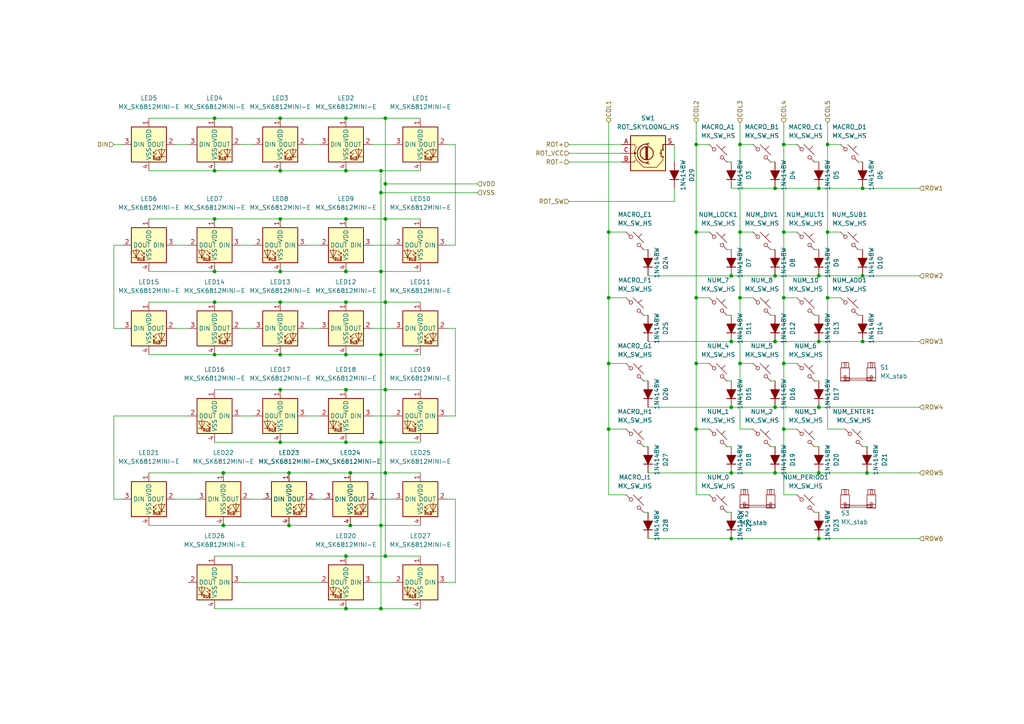
<source format=kicad_sch>
(kicad_sch (version 20250114) (generator "eeschema") (generator_version "9.0")
  (paper "A4")
  (lib_symbols
    (symbol "PCM_Diode_AKL:1N4148W" (pin_numbers (hide yes)) (pin_names (offset 1.016) (hide yes))
      (property "Reference" "D" (at 0 5.08 0))
      (property "Value" "1N4148W" (at 0 2.54 0))
      (symbol "1N4148W_1_1"
        (pin passive line (at -3.81 0 0) (length 2.54) (name "A") (number "2"))
        (pin passive line (at 3.81 0 180) (length 2.54) (name "K") (number "1"))
      )
      (symbol "1N4148W_1_2"
        (pin passive line (at -2.54 -2.54 0) (length 0) (name "A") (number "2"))
        (pin passive line (at 2.54 2.54 180) (length 0) (name "K") (number "1"))
      )
    )
    (symbol "PCM_marbastlib-mx:MX_SK6812MINI-E"
      (property "Reference" "LED" (at 3.175 6.35 0))
      (property "Value" "MX_SK6812MINI-E" (at 10.16 -6.985 0))
      (symbol "MX_SK6812MINI-E_0_0"
        (text "RGB" (at 2.286 -4.191 0) (effects (font (size 0.762 0.762))))
      )
      (symbol "MX_SK6812MINI-E_1_1"
        (pin input line (at -7.62 0 0) (length 2.54) (name "DIN") (number "3"))
        (pin power_in line (at 0 7.62 270) (length 2.54) (name "VDD") (number "1"))
        (pin power_in line (at 0 -7.62 90) (length 2.54) (name "VSS") (number "4"))
        (pin output line (at 7.62 0 180) (length 2.54) (name "DOUT") (number "2"))
      )
    )
    (symbol "PCM_marbastlib-mx:MX_SW_HS_CPG151101S11" (pin_numbers (hide yes)) (pin_names (offset 1.016) (hide yes))
      (property "Reference" "MX" (at 3.048 1.016 0))
      (property "Value" "MX_SW_HS" (at 0 -3.81 0))
      (symbol "MX_SW_HS_CPG151101S11_0_1"
        (pin passive line (at -2.54 2.54 0) (length 0) (name "1") (number "1"))
        (pin passive line (at 2.54 -2.54 180) (length 0) (name "2") (number "2"))
      )
    )
    (symbol "PCM_marbastlib-mx:MX_stab" (pin_names (offset 1.016))
      (property "Reference" "S" (at -5.08 6.35 0))
      (property "Value" "MX_stab" (at -5.08 3.81 0))
    )
    (symbol "PCM_marbastlib-various:ROT_SKYLOONG_HS-Switch" (pin_names (hide yes)) (in_bom no)
      (property "Reference" "SW" (at 0 8.89 0))
      (property "Value" "ROT_SKYLOONG_HS" (at 0 6.35 0))
      (symbol "ROT_SKYLOONG_HS-Switch_1_1"
        (pin passive line (at -7.62 2.54 0) (length 2.54) (name "A") (number "A"))
        (pin passive line (at -7.62 0 0) (length 2.54) (name "C") (number "C"))
        (pin passive line (at -7.62 -2.54 0) (length 2.54) (name "B") (number "B"))
        (pin passive line (at 7.62 2.54 180) (length 2.54) (name "S") (number "S"))
      )
    )
  )
  (junction (at 251.46 137.16))
  (junction (at 81.28 49.53))
  (junction (at 201.93 124.46))
  (junction (at 100.33 128.27))
  (junction (at 81.28 78.74))
  (junction (at 64.77 137.16))
  (junction (at 111.76 34.29))
  (junction (at 111.76 137.16))
  (junction (at 62.23 102.87))
  (junction (at 214.63 67.31))
  (junction (at 212.09 118.11))
  (junction (at 212.09 137.16))
  (junction (at 224.79 54.61))
  (junction (at 176.53 86.36))
  (junction (at 62.23 78.74))
  (junction (at 62.23 34.29))
  (junction (at 240.03 41.91))
  (junction (at 201.93 86.36))
  (junction (at 201.93 67.31))
  (junction (at 100.33 63.5))
  (junction (at 100.33 49.53))
  (junction (at 101.6 137.16))
  (junction (at 227.33 67.31))
  (junction (at 62.23 49.53))
  (junction (at 110.49 78.74))
  (junction (at 212.09 80.01))
  (junction (at 227.33 105.41))
  (junction (at 81.28 102.87))
  (junction (at 111.76 87.63))
  (junction (at 250.19 54.61))
  (junction (at 83.82 152.4))
  (junction (at 100.33 87.63))
  (junction (at 201.93 105.41))
  (junction (at 237.49 54.61))
  (junction (at 100.33 113.03))
  (junction (at 110.49 102.87))
  (junction (at 110.49 55.88))
  (junction (at 111.76 53.34))
  (junction (at 111.76 161.29))
  (junction (at 81.28 87.63))
  (junction (at 83.82 137.16))
  (junction (at 201.93 41.91))
  (junction (at 100.33 78.74))
  (junction (at 64.77 152.4))
  (junction (at 237.49 80.01))
  (junction (at 237.49 156.21))
  (junction (at 224.79 80.01))
  (junction (at 250.19 80.01))
  (junction (at 100.33 102.87))
  (junction (at 176.53 105.41))
  (junction (at 81.28 34.29))
  (junction (at 100.33 176.53))
  (junction (at 110.49 49.53))
  (junction (at 224.79 118.11))
  (junction (at 81.28 113.03))
  (junction (at 250.19 99.06))
  (junction (at 176.53 67.31))
  (junction (at 176.53 124.46))
  (junction (at 100.33 161.29))
  (junction (at 214.63 86.36))
  (junction (at 110.49 176.53))
  (junction (at 237.49 137.16))
  (junction (at 212.09 99.06))
  (junction (at 224.79 99.06))
  (junction (at 237.49 118.11))
  (junction (at 214.63 105.41))
  (junction (at 81.28 128.27))
  (junction (at 227.33 86.36))
  (junction (at 227.33 41.91))
  (junction (at 81.28 63.5))
  (junction (at 62.23 63.5))
  (junction (at 227.33 124.46))
  (junction (at 240.03 67.31))
  (junction (at 212.09 156.21))
  (junction (at 110.49 152.4))
  (junction (at 101.6 152.4))
  (junction (at 224.79 137.16))
  (junction (at 214.63 41.91))
  (junction (at 100.33 34.29))
  (junction (at 111.76 113.03))
  (junction (at 62.23 87.63))
  (junction (at 111.76 63.5))
  (junction (at 110.49 128.27))
  (junction (at 237.49 99.06))
  (junction (at 240.03 86.36))
  (wire (pts (xy 100.33 78.74) (xy 81.28 78.74)))
  (wire (pts (xy 240.03 41.91) (xy 243.84 41.91)))
  (wire (pts (xy 201.93 124.46) (xy 205.74 124.46)))
  (wire (pts (xy 121.92 34.29) (xy 111.76 34.29)))
  (wire (pts (xy 227.33 67.31) (xy 231.14 67.31)))
  (wire (pts (xy 231.14 124.46) (xy 227.33 124.46)))
  (wire (pts (xy 212.09 118.11) (xy 224.79 118.11)))
  (wire (pts (xy 121.92 49.53) (xy 110.49 49.53)))
  (wire (pts (xy 240.03 35.56) (xy 240.03 41.91)))
  (wire (pts (xy 218.44 124.46) (xy 214.63 124.46)))
  (wire (pts (xy 62.23 49.53) (xy 43.18 49.53)))
  (wire (pts (xy 212.09 110.49) (xy 210.82 110.49)))
  (wire (pts (xy 121.92 176.53) (xy 110.49 176.53)))
  (wire (pts (xy 165.1 46.99) (xy 180.34 46.99)))
  (wire (pts (xy 110.49 49.53) (xy 110.49 55.88)))
  (wire (pts (xy 92.71 71.12) (xy 88.9 71.12)))
  (wire (pts (xy 111.76 34.29) (xy 111.76 53.34)))
  (wire (pts (xy 100.33 113.03) (xy 81.28 113.03)))
  (wire (pts (xy 110.49 78.74) (xy 110.49 102.87)))
  (wire (pts (xy 237.49 54.61) (xy 250.19 54.61)))
  (wire (pts (xy 236.22 129.54) (xy 237.49 129.54)))
  (wire (pts (xy 176.53 105.41) (xy 181.61 105.41)))
  (wire (pts (xy 111.76 113.03) (xy 111.76 137.16)))
  (wire (pts (xy 237.49 80.01) (xy 250.19 80.01)))
  (wire (pts (xy 83.82 137.16) (xy 64.77 137.16)))
  (wire (pts (xy 214.63 67.31) (xy 214.63 86.36)))
  (wire (pts (xy 214.63 41.91) (xy 218.44 41.91)))
  (wire (pts (xy 224.79 54.61) (xy 237.49 54.61)))
  (wire (pts (xy 181.61 67.31) (xy 176.53 67.31)))
  (wire (pts (xy 176.53 124.46) (xy 181.61 124.46)))
  (wire (pts (xy 81.28 102.87) (xy 62.23 102.87)))
  (wire (pts (xy 237.49 99.06) (xy 250.19 99.06)))
  (wire (pts (xy 81.28 128.27) (xy 62.23 128.27)))
  (wire (pts (xy 132.08 95.25) (xy 129.54 95.25)))
  (wire (pts (xy 201.93 41.91) (xy 205.74 41.91)))
  (wire (pts (xy 218.44 86.36) (xy 214.63 86.36)))
  (wire (pts (xy 92.71 95.25) (xy 88.9 95.25)))
  (wire (pts (xy 212.09 54.61) (xy 224.79 54.61)))
  (wire (pts (xy 100.33 161.29) (xy 62.23 161.29)))
  (wire (pts (xy 236.22 46.99) (xy 237.49 46.99)))
  (wire (pts (xy 248.92 91.44) (xy 250.19 91.44)))
  (wire (pts (xy 100.33 87.63) (xy 81.28 87.63)))
  (wire (pts (xy 224.79 99.06) (xy 237.49 99.06)))
  (wire (pts (xy 201.93 35.56) (xy 201.93 41.91)))
  (wire (pts (xy 186.69 110.49) (xy 187.96 110.49)))
  (wire (pts (xy 100.33 102.87) (xy 81.28 102.87)))
  (wire (pts (xy 132.08 95.25) (xy 132.08 120.65)))
  (wire (pts (xy 218.44 105.41) (xy 214.63 105.41)))
  (wire (pts (xy 35.56 95.25) (xy 33.02 95.25)))
  (wire (pts (xy 129.54 144.78) (xy 132.08 144.78)))
  (wire (pts (xy 187.96 137.16) (xy 212.09 137.16)))
  (wire (pts (xy 201.93 86.36) (xy 205.74 86.36)))
  (wire (pts (xy 176.53 86.36) (xy 176.53 105.41)))
  (wire (pts (xy 111.76 34.29) (xy 100.33 34.29)))
  (wire (pts (xy 33.02 71.12) (xy 35.56 71.12)))
  (wire (pts (xy 62.23 63.5) (xy 43.18 63.5)))
  (wire (pts (xy 81.28 63.5) (xy 62.23 63.5)))
  (wire (pts (xy 237.49 118.11) (xy 237.49 116.84)))
  (wire (pts (xy 111.76 161.29) (xy 100.33 161.29)))
  (wire (pts (xy 33.02 71.12) (xy 33.02 95.25)))
  (wire (pts (xy 54.61 95.25) (xy 50.8 95.25)))
  (wire (pts (xy 186.69 72.39) (xy 187.96 72.39)))
  (wire (pts (xy 187.96 80.01) (xy 212.09 80.01)))
  (wire (pts (xy 240.03 41.91) (xy 240.03 67.31)))
  (wire (pts (xy 214.63 67.31) (xy 218.44 67.31)))
  (wire (pts (xy 100.33 63.5) (xy 81.28 63.5)))
  (wire (pts (xy 111.76 137.16) (xy 111.76 161.29)))
  (wire (pts (xy 111.76 87.63) (xy 100.33 87.63)))
  (wire (pts (xy 110.49 176.53) (xy 100.33 176.53)))
  (wire (pts (xy 210.82 72.39) (xy 212.09 72.39)))
  (wire (pts (xy 212.09 99.06) (xy 224.79 99.06)))
  (wire (pts (xy 266.7 118.11) (xy 237.49 118.11)))
  (wire (pts (xy 201.93 41.91) (xy 201.93 67.31)))
  (wire (pts (xy 73.66 41.91) (xy 69.85 41.91)))
  (wire (pts (xy 121.92 113.03) (xy 111.76 113.03)))
  (wire (pts (xy 64.77 152.4) (xy 43.18 152.4)))
  (wire (pts (xy 223.52 91.44) (xy 224.79 91.44)))
  (wire (pts (xy 110.49 49.53) (xy 100.33 49.53)))
  (wire (pts (xy 231.14 105.41) (xy 227.33 105.41)))
  (wire (pts (xy 132.08 71.12) (xy 129.54 71.12)))
  (wire (pts (xy 121.92 63.5) (xy 111.76 63.5)))
  (wire (pts (xy 237.49 137.16) (xy 251.46 137.16)))
  (wire (pts (xy 201.93 67.31) (xy 205.74 67.31)))
  (wire (pts (xy 138.43 55.88) (xy 110.49 55.88)))
  (wire (pts (xy 176.53 105.41) (xy 176.53 124.46)))
  (wire (pts (xy 223.52 129.54) (xy 224.79 129.54)))
  (wire (pts (xy 236.22 72.39) (xy 237.49 72.39)))
  (wire (pts (xy 248.92 72.39) (xy 250.19 72.39)))
  (wire (pts (xy 165.1 41.91) (xy 180.34 41.91)))
  (wire (pts (xy 100.33 49.53) (xy 81.28 49.53)))
  (wire (pts (xy 176.53 86.36) (xy 181.61 86.36)))
  (wire (pts (xy 210.82 148.59) (xy 212.09 148.59)))
  (wire (pts (xy 248.92 46.99) (xy 250.19 46.99)))
  (wire (pts (xy 195.58 46.99) (xy 195.58 41.91)))
  (wire (pts (xy 132.08 41.91) (xy 132.08 71.12)))
  (wire (pts (xy 224.79 137.16) (xy 237.49 137.16)))
  (wire (pts (xy 81.28 49.53) (xy 62.23 49.53)))
  (wire (pts (xy 186.69 148.59) (xy 187.96 148.59)))
  (wire (pts (xy 251.46 137.16) (xy 266.7 137.16)))
  (wire (pts (xy 129.54 41.91) (xy 132.08 41.91)))
  (wire (pts (xy 81.28 78.74) (xy 62.23 78.74)))
  (wire (pts (xy 54.61 71.12) (xy 50.8 71.12)))
  (wire (pts (xy 132.08 168.91) (xy 129.54 168.91)))
  (wire (pts (xy 231.14 143.51) (xy 227.33 143.51)))
  (wire (pts (xy 243.84 86.36) (xy 240.03 86.36)))
  (wire (pts (xy 165.1 58.42) (xy 195.58 58.42)))
  (wire (pts (xy 114.3 144.78) (xy 109.22 144.78)))
  (wire (pts (xy 73.66 95.25) (xy 69.85 95.25)))
  (wire (pts (xy 100.33 176.53) (xy 62.23 176.53)))
  (wire (pts (xy 121.92 152.4) (xy 110.49 152.4)))
  (wire (pts (xy 237.49 110.49) (xy 236.22 110.49)))
  (wire (pts (xy 201.93 105.41) (xy 205.74 105.41)))
  (wire (pts (xy 201.93 67.31) (xy 201.93 86.36)))
  (wire (pts (xy 93.98 144.78) (xy 91.44 144.78)))
  (wire (pts (xy 92.71 168.91) (xy 69.85 168.91)))
  (wire (pts (xy 250.19 80.01) (xy 266.7 80.01)))
  (wire (pts (xy 129.54 120.65) (xy 132.08 120.65)))
  (wire (pts (xy 227.33 67.31) (xy 227.33 86.36)))
  (wire (pts (xy 81.28 34.29) (xy 62.23 34.29)))
  (wire (pts (xy 114.3 41.91) (xy 107.95 41.91)))
  (wire (pts (xy 227.33 35.56) (xy 227.33 41.91)))
  (wire (pts (xy 110.49 78.74) (xy 100.33 78.74)))
  (wire (pts (xy 210.82 91.44) (xy 212.09 91.44)))
  (wire (pts (xy 187.96 118.11) (xy 212.09 118.11)))
  (wire (pts (xy 121.92 128.27) (xy 110.49 128.27)))
  (wire (pts (xy 111.76 137.16) (xy 101.6 137.16)))
  (wire (pts (xy 210.82 46.99) (xy 212.09 46.99)))
  (wire (pts (xy 236.22 91.44) (xy 237.49 91.44)))
  (wire (pts (xy 114.3 120.65) (xy 107.95 120.65)))
  (wire (pts (xy 121.92 87.63) (xy 111.76 87.63)))
  (wire (pts (xy 92.71 120.65) (xy 88.9 120.65)))
  (wire (pts (xy 227.33 41.91) (xy 231.14 41.91)))
  (wire (pts (xy 227.33 41.91) (xy 227.33 67.31)))
  (wire (pts (xy 224.79 118.11) (xy 237.49 118.11)))
  (wire (pts (xy 250.19 99.06) (xy 266.7 99.06)))
  (wire (pts (xy 57.15 144.78) (xy 50.8 144.78)))
  (wire (pts (xy 195.58 58.42) (xy 195.58 54.61)))
  (wire (pts (xy 111.76 113.03) (xy 100.33 113.03)))
  (wire (pts (xy 240.03 67.31) (xy 240.03 86.36)))
  (wire (pts (xy 236.22 148.59) (xy 237.49 148.59)))
  (wire (pts (xy 176.53 35.56) (xy 176.53 67.31)))
  (wire (pts (xy 54.61 41.91) (xy 50.8 41.91)))
  (wire (pts (xy 214.63 41.91) (xy 214.63 67.31)))
  (wire (pts (xy 121.92 102.87) (xy 110.49 102.87)))
  (wire (pts (xy 223.52 72.39) (xy 224.79 72.39)))
  (wire (pts (xy 250.19 129.54) (xy 251.46 129.54)))
  (wire (pts (xy 186.69 91.44) (xy 187.96 91.44)))
  (wire (pts (xy 223.52 46.99) (xy 224.79 46.99)))
  (wire (pts (xy 250.19 54.61) (xy 266.7 54.61)))
  (wire (pts (xy 240.03 67.31) (xy 243.84 67.31)))
  (wire (pts (xy 201.93 124.46) (xy 201.93 143.51)))
  (wire (pts (xy 110.49 55.88) (xy 110.49 78.74)))
  (wire (pts (xy 62.23 34.29) (xy 43.18 34.29)))
  (wire (pts (xy 101.6 137.16) (xy 83.82 137.16)))
  (wire (pts (xy 245.11 124.46) (xy 240.03 124.46)))
  (wire (pts (xy 54.61 120.65) (xy 33.02 120.65)))
  (wire (pts (xy 165.1 44.45) (xy 180.34 44.45)))
  (wire (pts (xy 111.76 63.5) (xy 100.33 63.5)))
  (wire (pts (xy 111.76 53.34) (xy 111.76 63.5)))
  (wire (pts (xy 110.49 152.4) (xy 101.6 152.4)))
  (wire (pts (xy 176.53 124.46) (xy 176.53 143.51)))
  (wire (pts (xy 81.28 113.03) (xy 62.23 113.03)))
  (wire (pts (xy 33.02 41.91) (xy 35.56 41.91)))
  (wire (pts (xy 62.23 78.74) (xy 43.18 78.74)))
  (wire (pts (xy 73.66 120.65) (xy 69.85 120.65)))
  (wire (pts (xy 214.63 35.56) (xy 214.63 41.91)))
  (wire (pts (xy 231.14 86.36) (xy 227.33 86.36)))
  (wire (pts (xy 187.96 156.21) (xy 212.09 156.21)))
  (wire (pts (xy 114.3 168.91) (xy 107.95 168.91)))
  (wire (pts (xy 212.09 156.21) (xy 237.49 156.21)))
  (wire (pts (xy 237.49 156.21) (xy 266.7 156.21)))
  (wire (pts (xy 33.02 144.78) (xy 33.02 120.65)))
  (wire (pts (xy 35.56 144.78) (xy 33.02 144.78)))
  (wire (pts (xy 101.6 152.4) (xy 83.82 152.4)))
  (wire (pts (xy 73.66 71.12) (xy 69.85 71.12)))
  (wire (pts (xy 176.53 143.51) (xy 181.61 143.51)))
  (wire (pts (xy 64.77 137.16) (xy 43.18 137.16)))
  (wire (pts (xy 76.2 144.78) (xy 72.39 144.78)))
  (wire (pts (xy 227.33 143.51) (xy 227.33 124.46)))
  (wire (pts (xy 100.33 128.27) (xy 81.28 128.27)))
  (wire (pts (xy 132.08 144.78) (xy 132.08 168.91)))
  (wire (pts (xy 110.49 102.87) (xy 110.49 128.27)))
  (wire (pts (xy 212.09 80.01) (xy 224.79 80.01)))
  (wire (pts (xy 224.79 80.01) (xy 237.49 80.01)))
  (wire (pts (xy 81.28 87.63) (xy 62.23 87.63)))
  (wire (pts (xy 92.71 41.91) (xy 88.9 41.91)))
  (wire (pts (xy 121.92 161.29) (xy 111.76 161.29)))
  (wire (pts (xy 62.23 102.87) (xy 43.18 102.87)))
  (wire (pts (xy 114.3 71.12) (xy 107.95 71.12)))
  (wire (pts (xy 201.93 86.36) (xy 201.93 105.41)))
  (wire (pts (xy 214.63 105.41) (xy 214.63 124.46)))
  (wire (pts (xy 240.03 124.46) (xy 240.03 86.36)))
  (wire (pts (xy 214.63 86.36) (xy 214.63 105.41)))
  (wire (pts (xy 121.92 78.74) (xy 110.49 78.74)))
  (wire (pts (xy 187.96 99.06) (xy 212.09 99.06)))
  (wire (pts (xy 110.49 102.87) (xy 100.33 102.87)))
  (wire (pts (xy 110.49 128.27) (xy 100.33 128.27)))
  (wire (pts (xy 121.92 137.16) (xy 111.76 137.16)))
  (wire (pts (xy 176.53 67.31) (xy 176.53 86.36)))
  (wire (pts (xy 83.82 152.4) (xy 64.77 152.4)))
  (wire (pts (xy 114.3 95.25) (xy 107.95 95.25)))
  (wire (pts (xy 210.82 129.54) (xy 212.09 129.54)))
  (wire (pts (xy 111.76 87.63) (xy 111.76 113.03)))
  (wire (pts (xy 100.33 34.29) (xy 81.28 34.29)))
  (wire (pts (xy 186.69 129.54) (xy 187.96 129.54)))
  (wire (pts (xy 212.09 137.16) (xy 224.79 137.16)))
  (wire (pts (xy 227.33 105.41) (xy 227.33 124.46)))
  (wire (pts (xy 62.23 87.63) (xy 43.18 87.63)))
  (wire (pts (xy 138.43 53.34) (xy 111.76 53.34)))
  (wire (pts (xy 110.49 176.53) (xy 110.49 152.4)))
  (wire (pts (xy 224.79 110.49) (xy 223.52 110.49)))
  (wire (pts (xy 201.93 105.41) (xy 201.93 124.46)))
  (wire (pts (xy 205.74 143.51) (xy 201.93 143.51)))
  (wire (pts (xy 111.76 63.5) (xy 111.76 87.63)))
  (wire (pts (xy 110.49 128.27) (xy 110.49 152.4)))
  (wire (pts (xy 227.33 86.36) (xy 227.33 105.41)))
  (hierarchical_label "ROT_SW" (shape input) (at 165.1 58.42 180))
  (hierarchical_label "ROW5" (shape input) (at 266.7 137.16 0))
  (hierarchical_label "ROW6" (shape input) (at 266.7 156.21 0))
  (hierarchical_label "ROT+" (shape input) (at 165.1 41.91 180))
  (hierarchical_label "COL5" (shape input) (at 240.03 35.56 90))
  (hierarchical_label "COL2" (shape input) (at 201.93 35.56 90))
  (hierarchical_label "COL4" (shape input) (at 227.33 35.56 90))
  (hierarchical_label "ROT_VCC" (shape input) (at 165.1 44.45 180))
  (hierarchical_label "DIN" (shape input) (at 33.02 41.91 180))
  (hierarchical_label "COL1" (shape input) (at 176.53 35.56 90))
  (hierarchical_label "ROW4" (shape input) (at 266.7 118.11 0))
  (hierarchical_label "VSS" (shape input) (at 138.43 55.88 0))
  (hierarchical_label "ROT-" (shape input) (at 165.1 46.99 180))
  (hierarchical_label "ROW2" (shape input) (at 266.7 80.01 0))
  (hierarchical_label "ROW1" (shape input) (at 266.7 54.61 0))
  (hierarchical_label "ROW3" (shape input) (at 266.7 99.06 0))
  (hierarchical_label "COL3" (shape input) (at 214.63 35.56 90))
  (hierarchical_label "VDD" (shape input) (at 138.43 53.34 0))
  (symbol (lib_id "PCM_Diode_AKL:1N4148W") (at 224.79 76.2 270) (unit 1)
    (property "Reference" "D8" (at 229.87 76.2 0))
    (property "Value" "1N4148W" (at 227.33 76.2 0))
    (property "Footprint" "PCM_Diode_SMD_AKL:D_SOD-123" (effects (hide yes)))
    (property "Datasheet" "https://datasheet.octopart.com/1N4148W-HE3-18-Vishay-datasheet-17291302.pdf" (effects (hide yes)))
    (property "Description" "SOD-123 Diode, Small Signal, Fast Switching, 75V, 150mA, 4ns, Alternate KiCad Library" (effects (hide yes)))
  )
  (symbol (lib_id "PCM_Diode_AKL:1N4148W") (at 187.96 95.25 270) (unit 1)
    (property "Reference" "D25" (at 193.04 95.25 0))
    (property "Value" "1N4148W" (at 190.5 95.25 0))
    (property "Footprint" "PCM_Diode_SMD_AKL:D_SOD-123" (effects (hide yes)))
    (property "Datasheet" "https://datasheet.octopart.com/1N4148W-HE3-18-Vishay-datasheet-17291302.pdf" (effects (hide yes)))
    (property "Description" "SOD-123 Diode, Small Signal, Fast Switching, 75V, 150mA, 4ns, Alternate KiCad Library" (effects (hide yes)))
  )
  (symbol (lib_id "PCM_marbastlib-mx:MX_SW_HS_CPG151101S11") (at 233.68 44.45 0) (unit 1)
    (property "Reference" "MACRO_C1" (at 233.68 36.83 0))
    (property "Value" "MX_SW_HS" (at 233.68 39.37 0))
    (property "Footprint" "PCM_marbastlib-mx:SW_MX_HS_CPG151101S11_1u" (effects (hide yes)))
    (property "Description" "Push button switch, normally open, two pins, 45° tilted, Kailh CPG151101S11 for Cherry MX style switches" (effects (hide yes)))
  )
  (symbol (lib_id "PCM_marbastlib-mx:MX_SW_HS_CPG151101S11") (at 208.28 127 0) (unit 1)
    (property "Reference" "NUM_1" (at 208.28 119.38 0))
    (property "Value" "MX_SW_HS" (at 208.28 121.92 0))
    (property "Footprint" "PCM_marbastlib-mx:SW_MX_HS_CPG151101S11_1u" (effects (hide yes)))
    (property "Description" "Push button switch, normally open, two pins, 45° tilted, Kailh CPG151101S11 for Cherry MX style switches" (effects (hide yes)))
  )
  (symbol (lib_id "PCM_marbastlib-mx:MX_SW_HS_CPG151101S11") (at 184.15 127 0) (unit 1)
    (property "Reference" "MACRO_H1" (at 184.15 119.38 0))
    (property "Value" "MX_SW_HS" (at 184.15 121.92 0))
    (property "Footprint" "PCM_marbastlib-mx:SW_MX_HS_CPG151101S11_1u" (effects (hide yes)))
    (property "Description" "Push button switch, normally open, two pins, 45° tilted, Kailh CPG151101S11 for Cherry MX style switches" (effects (hide yes)))
  )
  (symbol (lib_id "PCM_Diode_AKL:1N4148W") (at 250.19 95.25 270) (unit 1)
    (property "Reference" "D14" (at 255.27 95.25 0))
    (property "Value" "1N4148W" (at 252.73 95.25 0))
    (property "Footprint" "PCM_Diode_SMD_AKL:D_SOD-123" (effects (hide yes)))
    (property "Datasheet" "https://datasheet.octopart.com/1N4148W-HE3-18-Vishay-datasheet-17291302.pdf" (effects (hide yes)))
    (property "Description" "SOD-123 Diode, Small Signal, Fast Switching, 75V, 150mA, 4ns, Alternate KiCad Library" (effects (hide yes)))
  )
  (symbol (lib_id "PCM_marbastlib-mx:MX_SW_HS_CPG151101S11") (at 246.38 44.45 0) (unit 1)
    (property "Reference" "MACRO_D1" (at 246.38 36.83 0))
    (property "Value" "MX_SW_HS" (at 246.38 39.37 0))
    (property "Footprint" "PCM_marbastlib-mx:SW_MX_HS_CPG151101S11_1u" (effects (hide yes)))
    (property "Description" "Push button switch, normally open, two pins, 45° tilted, Kailh CPG151101S11 for Cherry MX style switches" (effects (hide yes)))
  )
  (symbol (lib_id "PCM_marbastlib-mx:MX_SW_HS_CPG151101S11") (at 184.15 107.95 0) (unit 1)
    (property "Reference" "MACRO_G1" (at 184.15 100.33 0))
    (property "Value" "MX_SW_HS" (at 184.15 102.87 0))
    (property "Footprint" "PCM_marbastlib-mx:SW_MX_HS_CPG151101S11_1u" (effects (hide yes)))
    (property "Description" "Push button switch, normally open, two pins, 45° tilted, Kailh CPG151101S11 for Cherry MX style switches" (effects (hide yes)))
  )
  (symbol (lib_id "PCM_marbastlib-mx:MX_SK6812MINI-E") (at 101.6 144.78 0) (unit 1)
    (property "Reference" "LED24" (at 101.6 131.318 0))
    (property "Value" "MX_SK6812MINI-E" (at 101.6 133.858 0))
    (property "Footprint" "PCM_marbastlib-mx:LED_MX_6028R" (effects (hide yes)))
    (property "Description" "Reverse mount adressable LED (WS2812 protocol)" (effects (hide yes)))
  )
  (symbol (lib_id "PCM_Diode_AKL:1N4148W") (at 237.49 95.25 270) (unit 1)
    (property "Reference" "D13" (at 242.57 95.25 0))
    (property "Value" "1N4148W" (at 240.03 95.25 0))
    (property "Footprint" "PCM_Diode_SMD_AKL:D_SOD-123" (effects (hide yes)))
    (property "Datasheet" "https://datasheet.octopart.com/1N4148W-HE3-18-Vishay-datasheet-17291302.pdf" (effects (hide yes)))
    (property "Description" "SOD-123 Diode, Small Signal, Fast Switching, 75V, 150mA, 4ns, Alternate KiCad Library" (effects (hide yes)))
  )
  (symbol (lib_id "PCM_marbastlib-mx:MX_SK6812MINI-E") (at 100.33 71.12 0) (mirror y) (unit 1)
    (property "Reference" "LED9" (at 100.33 57.658 0))
    (property "Value" "MX_SK6812MINI-E" (at 100.33 60.198 0))
    (property "Footprint" "PCM_marbastlib-mx:LED_MX_6028R" (effects (hide yes)))
    (property "Description" "Reverse mount adressable LED (WS2812 protocol)" (effects (hide yes)))
  )
  (symbol (lib_id "PCM_marbastlib-mx:MX_SW_HS_CPG151101S11") (at 208.28 107.95 0) (unit 1)
    (property "Reference" "NUM_4" (at 208.28 100.33 0))
    (property "Value" "MX_SW_HS" (at 208.28 102.87 0))
    (property "Footprint" "PCM_marbastlib-mx:SW_MX_HS_CPG151101S11_1u" (effects (hide yes)))
    (property "Description" "Push button switch, normally open, two pins, 45° tilted, Kailh CPG151101S11 for Cherry MX style switches" (effects (hide yes)))
  )
  (symbol (lib_id "PCM_marbastlib-mx:MX_SW_HS_CPG151101S11") (at 233.68 127 0) (unit 1)
    (property "Reference" "NUM_3" (at 233.68 119.38 0))
    (property "Value" "MX_SW_HS" (at 233.68 121.92 0))
    (property "Footprint" "PCM_marbastlib-mx:SW_MX_HS_CPG151101S11_1u" (effects (hide yes)))
    (property "Description" "Push button switch, normally open, two pins, 45° tilted, Kailh CPG151101S11 for Cherry MX style switches" (effects (hide yes)))
  )
  (symbol (lib_id "PCM_marbastlib-mx:MX_SW_HS_CPG151101S11") (at 184.15 146.05 0) (unit 1)
    (property "Reference" "MACRO_I1" (at 184.15 138.43 0))
    (property "Value" "MX_SW_HS" (at 184.15 140.97 0))
    (property "Footprint" "PCM_marbastlib-mx:SW_MX_HS_CPG151101S11_1u" (effects (hide yes)))
    (property "Description" "Push button switch, normally open, two pins, 45° tilted, Kailh CPG151101S11 for Cherry MX style switches" (effects (hide yes)))
  )
  (symbol (lib_id "PCM_marbastlib-mx:MX_SW_HS_CPG151101S11") (at 233.68 88.9 0) (unit 1)
    (property "Reference" "NUM_10" (at 233.68 81.28 0))
    (property "Value" "MX_SW_HS" (at 233.68 83.82 0))
    (property "Footprint" "PCM_marbastlib-mx:SW_MX_HS_CPG151101S11_1u" (effects (hide yes)))
    (property "Description" "Push button switch, normally open, two pins, 45° tilted, Kailh CPG151101S11 for Cherry MX style switches" (effects (hide yes)))
  )
  (symbol (lib_id "PCM_Diode_AKL:1N4148W") (at 250.19 50.8 270) (unit 1)
    (property "Reference" "D6" (at 255.27 50.8 0))
    (property "Value" "1N4148W" (at 252.73 50.8 0))
    (property "Footprint" "PCM_Diode_SMD_AKL:D_SOD-123" (effects (hide yes)))
    (property "Datasheet" "https://datasheet.octopart.com/1N4148W-HE3-18-Vishay-datasheet-17291302.pdf" (effects (hide yes)))
    (property "Description" "SOD-123 Diode, Small Signal, Fast Switching, 75V, 150mA, 4ns, Alternate KiCad Library" (effects (hide yes)))
  )
  (symbol (lib_id "PCM_marbastlib-mx:MX_SK6812MINI-E") (at 83.82 144.78 0) (unit 1)
    (property "Reference" "LED23" (at 83.82 131.318 0))
    (property "Value" "MX_SK6812MINI-E" (at 83.82 133.858 0))
    (property "Footprint" "PCM_marbastlib-mx:LED_MX_6028R" (effects (hide yes)))
    (property "Description" "Reverse mount adressable LED (WS2812 protocol)" (effects (hide yes)))
  )
  (symbol (lib_id "PCM_Diode_AKL:1N4148W") (at 224.79 133.35 270) (unit 1)
    (property "Reference" "D19" (at 229.87 133.35 0))
    (property "Value" "1N4148W" (at 227.33 133.35 0))
    (property "Footprint" "PCM_Diode_SMD_AKL:D_SOD-123" (effects (hide yes)))
    (property "Datasheet" "https://datasheet.octopart.com/1N4148W-HE3-18-Vishay-datasheet-17291302.pdf" (effects (hide yes)))
    (property "Description" "SOD-123 Diode, Small Signal, Fast Switching, 75V, 150mA, 4ns, Alternate KiCad Library" (effects (hide yes)))
  )
  (symbol (lib_id "PCM_Diode_AKL:1N4148W") (at 237.49 114.3 270) (unit 1)
    (property "Reference" "D17" (at 242.57 114.3 0))
    (property "Value" "1N4148W" (at 240.03 114.3 0))
    (property "Footprint" "PCM_Diode_SMD_AKL:D_SOD-123" (effects (hide yes)))
    (property "Datasheet" "https://datasheet.octopart.com/1N4148W-HE3-18-Vishay-datasheet-17291302.pdf" (effects (hide yes)))
    (property "Description" "SOD-123 Diode, Small Signal, Fast Switching, 75V, 150mA, 4ns, Alternate KiCad Library" (effects (hide yes)))
  )
  (symbol (lib_id "PCM_marbastlib-mx:MX_SK6812MINI-E") (at 43.18 95.25 0) (unit 1)
    (property "Reference" "LED15" (at 43.18 81.788 0))
    (property "Value" "MX_SK6812MINI-E" (at 43.18 84.328 0))
    (property "Footprint" "PCM_marbastlib-mx:LED_MX_6028R" (effects (hide yes)))
    (property "Description" "Reverse mount adressable LED (WS2812 protocol)" (effects (hide yes)))
  )
  (symbol (lib_id "PCM_marbastlib-mx:MX_SK6812MINI-E") (at 100.33 168.91 0) (mirror y) (unit 1)
    (property "Reference" "LED20" (at 100.33 155.448 0))
    (property "Value" "MX_SK6812MINI-E" (at 100.33 157.988 0))
    (property "Footprint" "PCM_marbastlib-mx:LED_MX_6028R" (effects (hide yes)))
    (property "Description" "Reverse mount adressable LED (WS2812 protocol)" (effects (hide yes)))
  )
  (symbol (lib_id "PCM_marbastlib-mx:MX_SK6812MINI-E") (at 100.33 41.91 0) (unit 1)
    (property "Reference" "LED2" (at 100.33 28.448 0))
    (property "Value" "MX_SK6812MINI-E" (at 100.33 30.988 0))
    (property "Footprint" "PCM_marbastlib-mx:LED_MX_6028R" (effects (hide yes)))
    (property "Description" "Reverse mount adressable LED (WS2812 protocol)" (effects (hide yes)))
  )
  (symbol (lib_id "PCM_marbastlib-mx:MX_SK6812MINI-E") (at 43.18 41.91 0) (unit 1)
    (property "Reference" "LED5" (at 43.18 28.448 0))
    (property "Value" "MX_SK6812MINI-E" (at 43.18 30.988 0))
    (property "Footprint" "PCM_marbastlib-mx:LED_MX_6028R" (effects (hide yes)))
    (property "Description" "Reverse mount adressable LED (WS2812 protocol)" (effects (hide yes)))
  )
  (symbol (lib_id "PCM_Diode_AKL:1N4148W") (at 212.09 133.35 270) (unit 1)
    (property "Reference" "D18" (at 217.17 133.35 0))
    (property "Value" "1N4148W" (at 214.63 133.35 0))
    (property "Footprint" "PCM_Diode_SMD_AKL:D_SOD-123" (effects (hide yes)))
    (property "Datasheet" "https://datasheet.octopart.com/1N4148W-HE3-18-Vishay-datasheet-17291302.pdf" (effects (hide yes)))
    (property "Description" "SOD-123 Diode, Small Signal, Fast Switching, 75V, 150mA, 4ns, Alternate KiCad Library" (effects (hide yes)))
  )
  (symbol (lib_id "PCM_marbastlib-mx:MX_SW_HS_CPG151101S11") (at 220.98 107.95 0) (unit 1)
    (property "Reference" "NUM_5" (at 220.98 100.33 0))
    (property "Value" "MX_SW_HS" (at 220.98 102.87 0))
    (property "Footprint" "PCM_marbastlib-mx:SW_MX_HS_CPG151101S11_1u" (effects (hide yes)))
    (property "Description" "Push button switch, normally open, two pins, 45° tilted, Kailh CPG151101S11 for Cherry MX style switches" (effects (hide yes)))
  )
  (symbol (lib_id "PCM_Diode_AKL:1N4148W") (at 237.49 133.35 270) (unit 1)
    (property "Reference" "D20" (at 242.57 133.35 0))
    (property "Value" "1N4148W" (at 240.03 133.35 0))
    (property "Footprint" "PCM_Diode_SMD_AKL:D_SOD-123" (effects (hide yes)))
    (property "Datasheet" "https://datasheet.octopart.com/1N4148W-HE3-18-Vishay-datasheet-17291302.pdf" (effects (hide yes)))
    (property "Description" "SOD-123 Diode, Small Signal, Fast Switching, 75V, 150mA, 4ns, Alternate KiCad Library" (effects (hide yes)))
  )
  (symbol (lib_id "PCM_Diode_AKL:1N4148W") (at 187.96 152.4 270) (unit 1)
    (property "Reference" "D28" (at 193.04 152.4 0))
    (property "Value" "1N4148W" (at 190.5 152.4 0))
    (property "Footprint" "PCM_Diode_SMD_AKL:D_SOD-123" (effects (hide yes)))
    (property "Datasheet" "https://datasheet.octopart.com/1N4148W-HE3-18-Vishay-datasheet-17291302.pdf" (effects (hide yes)))
    (property "Description" "SOD-123 Diode, Small Signal, Fast Switching, 75V, 150mA, 4ns, Alternate KiCad Library" (effects (hide yes)))
  )
  (symbol (lib_id "PCM_Diode_AKL:1N4148W") (at 250.19 76.2 270) (unit 1)
    (property "Reference" "D10" (at 255.27 76.2 0))
    (property "Value" "1N4148W" (at 252.73 76.2 0))
    (property "Footprint" "PCM_Diode_SMD_AKL:D_SOD-123" (effects (hide yes)))
    (property "Datasheet" "https://datasheet.octopart.com/1N4148W-HE3-18-Vishay-datasheet-17291302.pdf" (effects (hide yes)))
    (property "Description" "SOD-123 Diode, Small Signal, Fast Switching, 75V, 150mA, 4ns, Alternate KiCad Library" (effects (hide yes)))
  )
  (symbol (lib_id "PCM_marbastlib-mx:MX_SW_HS_CPG151101S11") (at 220.98 127 0) (unit 1)
    (property "Reference" "NUM_2" (at 220.98 119.38 0))
    (property "Value" "MX_SW_HS" (at 220.98 121.92 0))
    (property "Footprint" "PCM_marbastlib-mx:SW_MX_HS_CPG151101S11_1u" (effects (hide yes)))
    (property "Description" "Push button switch, normally open, two pins, 45° tilted, Kailh CPG151101S11 for Cherry MX style switches" (effects (hide yes)))
  )
  (symbol (lib_id "PCM_marbastlib-mx:MX_SK6812MINI-E") (at 121.92 144.78 0) (unit 1)
    (property "Reference" "LED25" (at 121.92 131.318 0))
    (property "Value" "MX_SK6812MINI-E" (at 121.92 133.858 0))
    (property "Footprint" "PCM_marbastlib-mx:LED_MX_6028R" (effects (hide yes)))
    (property "Description" "Reverse mount adressable LED (WS2812 protocol)" (effects (hide yes)))
  )
  (symbol (lib_id "PCM_marbastlib-mx:MX_SW_HS_CPG151101S11") (at 233.68 107.95 0) (unit 1)
    (property "Reference" "NUM_6" (at 233.68 100.33 0))
    (property "Value" "MX_SW_HS" (at 233.68 102.87 0))
    (property "Footprint" "PCM_marbastlib-mx:SW_MX_HS_CPG151101S11_1u" (effects (hide yes)))
    (property "Description" "Push button switch, normally open, two pins, 45° tilted, Kailh CPG151101S11 for Cherry MX style switches" (effects (hide yes)))
  )
  (symbol (lib_id "PCM_marbastlib-mx:MX_SK6812MINI-E") (at 121.92 120.65 0) (mirror y) (unit 1)
    (property "Reference" "LED19" (at 121.92 107.188 0))
    (property "Value" "MX_SK6812MINI-E" (at 121.92 109.728 0))
    (property "Footprint" "PCM_marbastlib-mx:LED_MX_6028R" (effects (hide yes)))
    (property "Description" "Reverse mount adressable LED (WS2812 protocol)" (effects (hide yes)))
  )
  (symbol (lib_id "PCM_Diode_AKL:1N4148W") (at 187.96 76.2 270) (unit 1)
    (property "Reference" "D24" (at 193.04 76.2 0))
    (property "Value" "1N4148W" (at 190.5 76.2 0))
    (property "Footprint" "PCM_Diode_SMD_AKL:D_SOD-123" (effects (hide yes)))
    (property "Datasheet" "https://datasheet.octopart.com/1N4148W-HE3-18-Vishay-datasheet-17291302.pdf" (effects (hide yes)))
    (property "Description" "SOD-123 Diode, Small Signal, Fast Switching, 75V, 150mA, 4ns, Alternate KiCad Library" (effects (hide yes)))
  )
  (symbol (lib_id "PCM_Diode_AKL:1N4148W") (at 212.09 50.8 270) (unit 1)
    (property "Reference" "D3" (at 217.17 50.8 0))
    (property "Value" "1N4148W" (at 214.63 50.8 0))
    (property "Footprint" "PCM_Diode_SMD_AKL:D_SOD-123" (effects (hide yes)))
    (property "Datasheet" "https://datasheet.octopart.com/1N4148W-HE3-18-Vishay-datasheet-17291302.pdf" (effects (hide yes)))
    (property "Description" "SOD-123 Diode, Small Signal, Fast Switching, 75V, 150mA, 4ns, Alternate KiCad Library" (effects (hide yes)))
  )
  (symbol (lib_id "PCM_marbastlib-mx:MX_SW_HS_CPG151101S11") (at 233.68 69.85 0) (unit 1)
    (property "Reference" "NUM_MULT1" (at 233.68 62.23 0))
    (property "Value" "MX_SW_HS" (at 233.68 64.77 0))
    (property "Footprint" "PCM_marbastlib-mx:SW_MX_HS_CPG151101S11_1u" (effects (hide yes)))
    (property "Description" "Push button switch, normally open, two pins, 45° tilted, Kailh CPG151101S11 for Cherry MX style switches" (effects (hide yes)))
  )
  (symbol (lib_id "PCM_marbastlib-mx:MX_SK6812MINI-E") (at 62.23 168.91 0) (mirror y) (unit 1)
    (property "Reference" "LED26" (at 62.23 155.448 0))
    (property "Value" "MX_SK6812MINI-E" (at 62.23 157.988 0))
    (property "Footprint" "PCM_marbastlib-mx:LED_MX_6028R" (effects (hide yes)))
    (property "Description" "Reverse mount adressable LED (WS2812 protocol)" (effects (hide yes)))
  )
  (symbol (lib_id "PCM_Diode_AKL:1N4148W") (at 212.09 76.2 270) (unit 1)
    (property "Reference" "D7" (at 217.17 76.2 0))
    (property "Value" "1N4148W" (at 214.63 76.2 0))
    (property "Footprint" "PCM_Diode_SMD_AKL:D_SOD-123" (effects (hide yes)))
    (property "Datasheet" "https://datasheet.octopart.com/1N4148W-HE3-18-Vishay-datasheet-17291302.pdf" (effects (hide yes)))
    (property "Description" "SOD-123 Diode, Small Signal, Fast Switching, 75V, 150mA, 4ns, Alternate KiCad Library" (effects (hide yes)))
  )
  (symbol (lib_id "PCM_marbastlib-mx:MX_SK6812MINI-E") (at 100.33 95.25 0) (unit 1)
    (property "Reference" "LED12" (at 100.33 81.788 0))
    (property "Value" "MX_SK6812MINI-E" (at 100.33 84.328 0))
    (property "Footprint" "PCM_marbastlib-mx:LED_MX_6028R" (effects (hide yes)))
    (property "Description" "Reverse mount adressable LED (WS2812 protocol)" (effects (hide yes)))
  )
  (symbol (lib_id "PCM_marbastlib-mx:MX_SK6812MINI-E") (at 81.28 95.25 0) (unit 1)
    (property "Reference" "LED13" (at 81.28 81.788 0))
    (property "Value" "MX_SK6812MINI-E" (at 81.28 84.328 0))
    (property "Footprint" "PCM_marbastlib-mx:LED_MX_6028R" (effects (hide yes)))
    (property "Description" "Reverse mount adressable LED (WS2812 protocol)" (effects (hide yes)))
  )
  (symbol (lib_id "PCM_marbastlib-mx:MX_SW_HS_CPG151101S11") (at 220.98 69.85 0) (unit 1)
    (property "Reference" "NUM_DIV1" (at 220.98 62.23 0))
    (property "Value" "MX_SW_HS" (at 220.98 64.77 0))
    (property "Footprint" "PCM_marbastlib-mx:SW_MX_HS_CPG151101S11_1u" (effects (hide yes)))
    (property "Description" "Push button switch, normally open, two pins, 45° tilted, Kailh CPG151101S11 for Cherry MX style switches" (effects (hide yes)))
  )
  (symbol (lib_id "PCM_Diode_AKL:1N4148W") (at 224.79 95.25 270) (unit 1)
    (property "Reference" "D12" (at 229.87 95.25 0))
    (property "Value" "1N4148W" (at 227.33 95.25 0))
    (property "Footprint" "PCM_Diode_SMD_AKL:D_SOD-123" (effects (hide yes)))
    (property "Datasheet" "https://datasheet.octopart.com/1N4148W-HE3-18-Vishay-datasheet-17291302.pdf" (effects (hide yes)))
    (property "Description" "SOD-123 Diode, Small Signal, Fast Switching, 75V, 150mA, 4ns, Alternate KiCad Library" (effects (hide yes)))
  )
  (symbol (lib_id "PCM_marbastlib-mx:MX_SK6812MINI-E") (at 62.23 95.25 0) (unit 1)
    (property "Reference" "LED14" (at 62.23 81.788 0))
    (property "Value" "MX_SK6812MINI-E" (at 62.23 84.328 0))
    (property "Footprint" "PCM_marbastlib-mx:LED_MX_6028R" (effects (hide yes)))
    (property "Description" "Reverse mount adressable LED (WS2812 protocol)" (effects (hide yes)))
  )
  (symbol (lib_id "PCM_Diode_AKL:1N4148W") (at 212.09 114.3 270) (unit 1)
    (property "Reference" "D15" (at 217.17 114.3 0))
    (property "Value" "1N4148W" (at 214.63 114.3 0))
    (property "Footprint" "PCM_Diode_SMD_AKL:D_SOD-123" (effects (hide yes)))
    (property "Datasheet" "https://datasheet.octopart.com/1N4148W-HE3-18-Vishay-datasheet-17291302.pdf" (effects (hide yes)))
    (property "Description" "SOD-123 Diode, Small Signal, Fast Switching, 75V, 150mA, 4ns, Alternate KiCad Library" (effects (hide yes)))
  )
  (symbol (lib_id "PCM_Diode_AKL:1N4148W") (at 212.09 95.25 270) (unit 1)
    (property "Reference" "D11" (at 217.17 95.25 0))
    (property "Value" "1N4148W" (at 214.63 95.25 0))
    (property "Footprint" "PCM_Diode_SMD_AKL:D_SOD-123" (effects (hide yes)))
    (property "Datasheet" "https://datasheet.octopart.com/1N4148W-HE3-18-Vishay-datasheet-17291302.pdf" (effects (hide yes)))
    (property "Description" "SOD-123 Diode, Small Signal, Fast Switching, 75V, 150mA, 4ns, Alternate KiCad Library" (effects (hide yes)))
  )
  (symbol (lib_id "PCM_Diode_AKL:1N4148W") (at 237.49 76.2 270) (unit 1)
    (property "Reference" "D9" (at 242.57 76.2 0))
    (property "Value" "1N4148W" (at 240.03 76.2 0))
    (property "Footprint" "PCM_Diode_SMD_AKL:D_SOD-123" (effects (hide yes)))
    (property "Datasheet" "https://datasheet.octopart.com/1N4148W-HE3-18-Vishay-datasheet-17291302.pdf" (effects (hide yes)))
    (property "Description" "SOD-123 Diode, Small Signal, Fast Switching, 75V, 150mA, 4ns, Alternate KiCad Library" (effects (hide yes)))
  )
  (symbol (lib_id "PCM_marbastlib-mx:MX_SK6812MINI-E") (at 121.92 95.25 0) (unit 1)
    (property "Reference" "LED11" (at 121.92 81.788 0))
    (property "Value" "MX_SK6812MINI-E" (at 121.92 84.328 0))
    (property "Footprint" "PCM_marbastlib-mx:LED_MX_6028R" (effects (hide yes)))
    (property "Description" "Reverse mount adressable LED (WS2812 protocol)" (effects (hide yes)))
  )
  (symbol (lib_id "PCM_Diode_AKL:1N4148W") (at 251.46 133.35 270) (unit 1)
    (property "Reference" "D21" (at 256.54 133.35 0))
    (property "Value" "1N4148W" (at 254 133.35 0))
    (property "Footprint" "PCM_Diode_SMD_AKL:D_SOD-123" (effects (hide yes)))
    (property "Datasheet" "https://datasheet.octopart.com/1N4148W-HE3-18-Vishay-datasheet-17291302.pdf" (effects (hide yes)))
    (property "Description" "SOD-123 Diode, Small Signal, Fast Switching, 75V, 150mA, 4ns, Alternate KiCad Library" (effects (hide yes)))
  )
  (symbol (lib_id "PCM_marbastlib-mx:MX_SW_HS_CPG151101S11") (at 208.28 88.9 0) (unit 1)
    (property "Reference" "NUM_7" (at 208.28 81.28 0))
    (property "Value" "MX_SW_HS" (at 208.28 83.82 0))
    (property "Footprint" "PCM_marbastlib-mx:SW_MX_HS_CPG151101S11_1u" (effects (hide yes)))
    (property "Description" "Push button switch, normally open, two pins, 45° tilted, Kailh CPG151101S11 for Cherry MX style switches" (effects (hide yes)))
  )
  (symbol (lib_id "PCM_marbastlib-mx:MX_SW_HS_CPG151101S11") (at 233.68 146.05 0) (unit 1)
    (property "Reference" "NUM_PERIOD1" (at 233.68 138.43 0))
    (property "Value" "MX_SW_HS" (at 233.68 140.97 0))
    (property "Footprint" "PCM_marbastlib-mx:SW_MX_HS_CPG151101S11_1u" (effects (hide yes)))
    (property "Description" "Push button switch, normally open, two pins, 45° tilted, Kailh CPG151101S11 for Cherry MX style switches" (effects (hide yes)))
  )
  (symbol (lib_id "PCM_marbastlib-mx:MX_SW_HS_CPG151101S11") (at 247.65 127 0) (unit 1)
    (property "Reference" "NUM_ENTER1" (at 247.65 119.38 0))
    (property "Value" "MX_SW_HS" (at 247.65 121.92 0))
    (property "Footprint" "PCM_marbastlib-mx:SW_MX_HS_CPG151101S11_1u" (effects (hide yes)))
    (property "Description" "Push button switch, normally open, two pins, 45° tilted, Kailh CPG151101S11 for Cherry MX style switches" (effects (hide yes)))
  )
  (symbol (lib_id "PCM_marbastlib-mx:MX_SW_HS_CPG151101S11") (at 208.28 146.05 0) (unit 1)
    (property "Reference" "NUM_0" (at 208.28 138.43 0))
    (property "Value" "MX_SW_HS" (at 208.28 140.97 0))
    (property "Footprint" "PCM_marbastlib-mx:SW_MX_HS_CPG151101S11_1u" (effects (hide yes)))
    (property "Description" "Push button switch, normally open, two pins, 45° tilted, Kailh CPG151101S11 for Cherry MX style switches" (effects (hide yes)))
  )
  (symbol (lib_id "PCM_marbastlib-mx:MX_SK6812MINI-E") (at 121.92 168.91 0) (mirror y) (unit 1)
    (property "Reference" "LED27" (at 121.92 155.448 0))
    (property "Value" "MX_SK6812MINI-E" (at 121.92 157.988 0))
    (property "Footprint" "PCM_marbastlib-mx:LED_MX_6028R" (effects (hide yes)))
    (property "Description" "Reverse mount adressable LED (WS2812 protocol)" (effects (hide yes)))
  )
  (symbol (lib_id "PCM_marbastlib-mx:MX_SW_HS_CPG151101S11") (at 220.98 44.45 0) (unit 1)
    (property "Reference" "MACRO_B1" (at 220.98 36.83 0))
    (property "Value" "MX_SW_HS" (at 220.98 39.37 0))
    (property "Footprint" "PCM_marbastlib-mx:SW_MX_HS_CPG151101S11_1u" (effects (hide yes)))
    (property "Description" "Push button switch, normally open, two pins, 45° tilted, Kailh CPG151101S11 for Cherry MX style switches" (effects (hide yes)))
  )
  (symbol (lib_id "PCM_marbastlib-mx:MX_SK6812MINI-E") (at 64.77 144.78 0) (unit 1)
    (property "Reference" "LED22" (at 64.77 131.318 0))
    (property "Value" "MX_SK6812MINI-E" (at 64.77 133.858 0))
    (property "Footprint" "PCM_marbastlib-mx:LED_MX_6028R" (effects (hide yes)))
    (property "Description" "Reverse mount adressable LED (WS2812 protocol)" (effects (hide yes)))
  )
  (symbol (lib_id "PCM_marbastlib-mx:MX_stab") (at 248.92 107.95 0) (unit 1)
    (property "Reference" "S1" (at 255.27 106.5529 0) (effects (justify left)))
    (property "Value" "MX_stab" (at 255.27 109.0929 0) (effects (justify left)))
    (property "Footprint" "PCM_marbastlib-mx:STAB_MX_P_2u" (effects (hide yes)))
    (property "Description" "Cherry MX-style stabilizer" (effects (hide yes)))
  )
  (symbol (lib_id "PCM_marbastlib-mx:MX_SW_HS_CPG151101S11") (at 184.15 88.9 0) (unit 1)
    (property "Reference" "MACRO_F1" (at 184.15 81.28 0))
    (property "Value" "MX_SW_HS" (at 184.15 83.82 0))
    (property "Footprint" "PCM_marbastlib-mx:SW_MX_HS_CPG151101S11_1u" (effects (hide yes)))
    (property "Description" "Push button switch, normally open, two pins, 45° tilted, Kailh CPG151101S11 for Cherry MX style switches" (effects (hide yes)))
  )
  (symbol (lib_id "PCM_marbastlib-mx:MX_SK6812MINI-E") (at 81.28 120.65 0) (mirror y) (unit 1)
    (property "Reference" "LED17" (at 81.28 107.188 0))
    (property "Value" "MX_SK6812MINI-E" (at 81.28 109.728 0))
    (property "Footprint" "PCM_marbastlib-mx:LED_MX_6028R" (effects (hide yes)))
    (property "Description" "Reverse mount adressable LED (WS2812 protocol)" (effects (hide yes)))
  )
  (symbol (lib_id "PCM_marbastlib-mx:MX_SW_HS_CPG151101S11") (at 208.28 69.85 0) (unit 1)
    (property "Reference" "NUM_LOCK1" (at 208.28 62.23 0))
    (property "Value" "MX_SW_HS" (at 208.28 64.77 0))
    (property "Footprint" "PCM_marbastlib-mx:SW_MX_HS_CPG151101S11_1u" (effects (hide yes)))
    (property "Description" "Push button switch, normally open, two pins, 45° tilted, Kailh CPG151101S11 for Cherry MX style switches" (effects (hide yes)))
  )
  (symbol (lib_id "PCM_marbastlib-mx:MX_stab") (at 219.71 144.78 0) (unit 1)
    (property "Reference" "S2" (at 214.63 149.098 0) (effects (justify left)))
    (property "Value" "MX_stab" (at 214.63 151.638 0) (effects (justify left)))
    (property "Footprint" "PCM_marbastlib-mx:STAB_MX_P_2u" (effects (hide yes)))
    (property "Description" "Cherry MX-style stabilizer" (effects (hide yes)))
  )
  (symbol (lib_id "PCM_Diode_AKL:1N4148W") (at 237.49 50.8 270) (unit 1)
    (property "Reference" "D5" (at 242.57 50.8 0))
    (property "Value" "1N4148W" (at 240.03 50.8 0))
    (property "Footprint" "PCM_Diode_SMD_AKL:D_SOD-123" (effects (hide yes)))
    (property "Datasheet" "https://datasheet.octopart.com/1N4148W-HE3-18-Vishay-datasheet-17291302.pdf" (effects (hide yes)))
    (property "Description" "SOD-123 Diode, Small Signal, Fast Switching, 75V, 150mA, 4ns, Alternate KiCad Library" (effects (hide yes)))
  )
  (symbol (lib_id "PCM_Diode_AKL:1N4148W") (at 187.96 133.35 270) (unit 1)
    (property "Reference" "D27" (at 193.04 133.35 0))
    (property "Value" "1N4148W" (at 190.5 133.35 0))
    (property "Footprint" "PCM_Diode_SMD_AKL:D_SOD-123" (effects (hide yes)))
    (property "Datasheet" "https://datasheet.octopart.com/1N4148W-HE3-18-Vishay-datasheet-17291302.pdf" (effects (hide yes)))
    (property "Description" "SOD-123 Diode, Small Signal, Fast Switching, 75V, 150mA, 4ns, Alternate KiCad Library" (effects (hide yes)))
  )
  (symbol (lib_id "PCM_marbastlib-various:ROT_SKYLOONG_HS-Switch") (at 187.96 44.45 0) (unit 1) (in_bom no)
    (property "Reference" "SW1" (at 187.96 34.29 0))
    (property "Value" "ROT_SKYLOONG_HS" (at 187.96 36.83 0))
    (property "Footprint" "PCM_marbastlib-various:ROT_SKYLOONG_HS-Switch" (effects (hide yes)))
    (property "Datasheet" "https://skyloong.vip/products/abs-hot-swappable-knobs-madule" (effects (hide yes)))
    (property "Description" "SKYLOONG hotswap encoder module" (effects (hide yes)))
  )
  (symbol (lib_id "PCM_marbastlib-mx:MX_SW_HS_CPG151101S11") (at 220.98 88.9 0) (unit 1)
    (property "Reference" "NUM_8" (at 220.98 81.28 0))
    (property "Value" "MX_SW_HS" (at 220.98 83.82 0))
    (property "Footprint" "PCM_marbastlib-mx:SW_MX_HS_CPG151101S11_1u" (effects (hide yes)))
    (property "Description" "Push button switch, normally open, two pins, 45° tilted, Kailh CPG151101S11 for Cherry MX style switches" (effects (hide yes)))
  )
  (symbol (lib_id "PCM_Diode_AKL:1N4148W") (at 237.49 152.4 270) (unit 1)
    (property "Reference" "D23" (at 242.57 152.4 0))
    (property "Value" "1N4148W" (at 240.03 152.4 0))
    (property "Footprint" "PCM_Diode_SMD_AKL:D_SOD-123" (effects (hide yes)))
    (property "Datasheet" "https://datasheet.octopart.com/1N4148W-HE3-18-Vishay-datasheet-17291302.pdf" (effects (hide yes)))
    (property "Description" "SOD-123 Diode, Small Signal, Fast Switching, 75V, 150mA, 4ns, Alternate KiCad Library" (effects (hide yes)))
  )
  (symbol (lib_id "PCM_marbastlib-mx:MX_SK6812MINI-E") (at 100.33 120.65 0) (mirror y) (unit 1)
    (property "Reference" "LED18" (at 100.33 107.188 0))
    (property "Value" "MX_SK6812MINI-E" (at 100.33 109.728 0))
    (property "Footprint" "PCM_marbastlib-mx:LED_MX_6028R" (effects (hide yes)))
    (property "Description" "Reverse mount adressable LED (WS2812 protocol)" (effects (hide yes)))
  )
  (symbol (lib_id "PCM_Diode_AKL:1N4148W") (at 212.09 152.4 270) (unit 1)
    (property "Reference" "D22" (at 217.17 152.4 0))
    (property "Value" "1N4148W" (at 214.63 152.4 0))
    (property "Footprint" "PCM_Diode_SMD_AKL:D_SOD-123" (effects (hide yes)))
    (property "Datasheet" "https://datasheet.octopart.com/1N4148W-HE3-18-Vishay-datasheet-17291302.pdf" (effects (hide yes)))
    (property "Description" "SOD-123 Diode, Small Signal, Fast Switching, 75V, 150mA, 4ns, Alternate KiCad Library" (effects (hide yes)))
  )
  (symbol (lib_id "PCM_Diode_AKL:1N4148W") (at 224.79 50.8 270) (unit 1)
    (property "Reference" "D4" (at 229.87 50.8 0))
    (property "Value" "1N4148W" (at 227.33 50.8 0))
    (property "Footprint" "PCM_Diode_SMD_AKL:D_SOD-123" (effects (hide yes)))
    (property "Datasheet" "https://datasheet.octopart.com/1N4148W-HE3-18-Vishay-datasheet-17291302.pdf" (effects (hide yes)))
    (property "Description" "SOD-123 Diode, Small Signal, Fast Switching, 75V, 150mA, 4ns, Alternate KiCad Library" (effects (hide yes)))
  )
  (symbol (lib_id "PCM_marbastlib-mx:MX_SW_HS_CPG151101S11") (at 208.28 44.45 0) (unit 1)
    (property "Reference" "MACRO_A1" (at 208.28 36.83 0))
    (property "Value" "MX_SW_HS" (at 208.28 39.37 0))
    (property "Footprint" "PCM_marbastlib-mx:SW_MX_HS_CPG151101S11_1u" (effects (hide yes)))
    (property "Description" "Push button switch, normally open, two pins, 45° tilted, Kailh CPG151101S11 for Cherry MX style switches" (effects (hide yes)))
  )
  (symbol (lib_id "PCM_Diode_AKL:1N4148W") (at 195.58 50.8 270) (unit 1)
    (property "Reference" "D29" (at 200.66 50.8 0))
    (property "Value" "1N4148W" (at 198.12 50.8 0))
    (property "Footprint" "PCM_Diode_SMD_AKL:D_SOD-123" (effects (hide yes)))
    (property "Datasheet" "https://datasheet.octopart.com/1N4148W-HE3-18-Vishay-datasheet-17291302.pdf" (effects (hide yes)))
    (property "Description" "SOD-123 Diode, Small Signal, Fast Switching, 75V, 150mA, 4ns, Alternate KiCad Library" (effects (hide yes)))
  )
  (symbol (lib_id "PCM_marbastlib-mx:MX_SK6812MINI-E") (at 81.28 41.91 0) (unit 1)
    (property "Reference" "LED3" (at 81.28 28.448 0))
    (property "Value" "MX_SK6812MINI-E" (at 81.28 30.988 0))
    (property "Footprint" "PCM_marbastlib-mx:LED_MX_6028R" (effects (hide yes)))
    (property "Description" "Reverse mount adressable LED (WS2812 protocol)" (effects (hide yes)))
  )
  (symbol (lib_id "PCM_marbastlib-mx:MX_SK6812MINI-E") (at 43.18 71.12 0) (mirror y) (unit 1)
    (property "Reference" "LED6" (at 43.18 57.658 0))
    (property "Value" "MX_SK6812MINI-E" (at 43.18 60.198 0))
    (property "Footprint" "PCM_marbastlib-mx:LED_MX_6028R" (effects (hide yes)))
    (property "Description" "Reverse mount adressable LED (WS2812 protocol)" (effects (hide yes)))
  )
  (symbol (lib_id "PCM_marbastlib-mx:MX_SK6812MINI-E") (at 62.23 120.65 0) (mirror y) (unit 1)
    (property "Reference" "LED16" (at 62.23 107.188 0))
    (property "Value" "MX_SK6812MINI-E" (at 62.23 109.728 0))
    (property "Footprint" "PCM_marbastlib-mx:LED_MX_6028R" (effects (hide yes)))
    (property "Description" "Reverse mount adressable LED (WS2812 protocol)" (effects (hide yes)))
  )
  (symbol (lib_id "PCM_marbastlib-mx:MX_SK6812MINI-E") (at 62.23 71.12 0) (mirror y) (unit 1)
    (property "Reference" "LED7" (at 62.23 57.658 0))
    (property "Value" "MX_SK6812MINI-E" (at 62.23 60.198 0))
    (property "Footprint" "PCM_marbastlib-mx:LED_MX_6028R" (effects (hide yes)))
    (property "Description" "Reverse mount adressable LED (WS2812 protocol)" (effects (hide yes)))
  )
  (symbol (lib_id "PCM_marbastlib-mx:MX_SK6812MINI-E") (at 62.23 41.91 0) (unit 1)
    (property "Reference" "LED4" (at 62.23 28.448 0))
    (property "Value" "MX_SK6812MINI-E" (at 62.23 30.988 0))
    (property "Footprint" "PCM_marbastlib-mx:LED_MX_6028R" (effects (hide yes)))
    (property "Description" "Reverse mount adressable LED (WS2812 protocol)" (effects (hide yes)))
  )
  (symbol (lib_id "PCM_Diode_AKL:1N4148W") (at 224.79 114.3 270) (unit 1)
    (property "Reference" "D16" (at 229.87 114.3 0))
    (property "Value" "1N4148W" (at 227.33 114.3 0))
    (property "Footprint" "PCM_Diode_SMD_AKL:D_SOD-123" (effects (hide yes)))
    (property "Datasheet" "https://datasheet.octopart.com/1N4148W-HE3-18-Vishay-datasheet-17291302.pdf" (effects (hide yes)))
    (property "Description" "SOD-123 Diode, Small Signal, Fast Switching, 75V, 150mA, 4ns, Alternate KiCad Library" (effects (hide yes)))
  )
  (symbol (lib_id "PCM_marbastlib-mx:MX_SK6812MINI-E") (at 43.18 144.78 0) (unit 1)
    (property "Reference" "LED21" (at 43.18 131.318 0))
    (property "Value" "MX_SK6812MINI-E" (at 43.18 133.858 0))
    (property "Footprint" "PCM_marbastlib-mx:LED_MX_6028R" (effects (hide yes)))
    (property "Description" "Reverse mount adressable LED (WS2812 protocol)" (effects (hide yes)))
  )
  (symbol (lib_id "PCM_marbastlib-mx:MX_stab") (at 248.92 144.78 0) (unit 1)
    (property "Reference" "S3" (at 243.84 148.844 0) (effects (justify left)))
    (property "Value" "MX_stab" (at 243.84 151.384 0) (effects (justify left)))
    (property "Footprint" "PCM_marbastlib-mx:STAB_MX_P_2u" (effects (hide yes)))
    (property "Description" "Cherry MX-style stabilizer" (effects (hide yes)))
  )
  (symbol (lib_id "PCM_marbastlib-mx:MX_SK6812MINI-E") (at 121.92 41.91 0) (unit 1)
    (property "Reference" "LED1" (at 121.92 28.448 0))
    (property "Value" "MX_SK6812MINI-E" (at 121.92 30.988 0))
    (property "Footprint" "PCM_marbastlib-mx:LED_MX_6028R" (effects (hide yes)))
    (property "Description" "Reverse mount adressable LED (WS2812 protocol)" (effects (hide yes)))
  )
  (symbol (lib_id "PCM_Diode_AKL:1N4148W") (at 187.96 114.3 270) (unit 1)
    (property "Reference" "D26" (at 193.04 114.3 0))
    (property "Value" "1N4148W" (at 190.5 114.3 0))
    (property "Footprint" "PCM_Diode_SMD_AKL:D_SOD-123" (effects (hide yes)))
    (property "Datasheet" "https://datasheet.octopart.com/1N4148W-HE3-18-Vishay-datasheet-17291302.pdf" (effects (hide yes)))
    (property "Description" "SOD-123 Diode, Small Signal, Fast Switching, 75V, 150mA, 4ns, Alternate KiCad Library" (effects (hide yes)))
  )
  (symbol (lib_id "PCM_marbastlib-mx:MX_SW_HS_CPG151101S11") (at 246.38 88.9 0) (unit 1)
    (property "Reference" "NUM_ADD1" (at 246.38 81.28 0))
    (property "Value" "MX_SW_HS" (at 246.38 83.82 0))
    (property "Footprint" "PCM_marbastlib-mx:SW_MX_HS_CPG151101S11_1u" (effects (hide yes)))
    (property "Description" "Push button switch, normally open, two pins, 45° tilted, Kailh CPG151101S11 for Cherry MX style switches" (effects (hide yes)))
  )
  (symbol (lib_id "PCM_marbastlib-mx:MX_SK6812MINI-E") (at 81.28 71.12 0) (mirror y) (unit 1)
    (property "Reference" "LED8" (at 81.28 57.658 0))
    (property "Value" "MX_SK6812MINI-E" (at 81.28 60.198 0))
    (property "Footprint" "PCM_marbastlib-mx:LED_MX_6028R" (effects (hide yes)))
    (property "Description" "Reverse mount adressable LED (WS2812 protocol)" (effects (hide yes)))
  )
  (symbol (lib_id "PCM_marbastlib-mx:MX_SK6812MINI-E") (at 121.92 71.12 0) (mirror y) (unit 1)
    (property "Reference" "LED10" (at 121.92 57.658 0))
    (property "Value" "MX_SK6812MINI-E" (at 121.92 60.198 0))
    (property "Footprint" "PCM_marbastlib-mx:LED_MX_6028R" (effects (hide yes)))
    (property "Description" "Reverse mount adressable LED (WS2812 protocol)" (effects (hide yes)))
  )
  (symbol (lib_id "PCM_marbastlib-mx:MX_SW_HS_CPG151101S11") (at 246.38 69.85 0) (unit 1)
    (property "Reference" "NUM_SUB1" (at 246.38 62.23 0))
    (property "Value" "MX_SW_HS" (at 246.38 64.77 0))
    (property "Footprint" "PCM_marbastlib-mx:SW_MX_HS_CPG151101S11_1u" (effects (hide yes)))
    (property "Description" "Push button switch, normally open, two pins, 45° tilted, Kailh CPG151101S11 for Cherry MX style switches" (effects (hide yes)))
  )
  (symbol (lib_id "PCM_marbastlib-mx:MX_SW_HS_CPG151101S11") (at 184.15 69.85 0) (unit 1)
    (property "Reference" "MACRO_E1" (at 184.15 62.23 0))
    (property "Value" "MX_SW_HS" (at 184.15 64.77 0))
    (property "Footprint" "PCM_marbastlib-mx:SW_MX_HS_CPG151101S11_1u" (effects (hide yes)))
    (property "Description" "Push button switch, normally open, two pins, 45° tilted, Kailh CPG151101S11 for Cherry MX style switches" (effects (hide yes)))
  )
)
</source>
